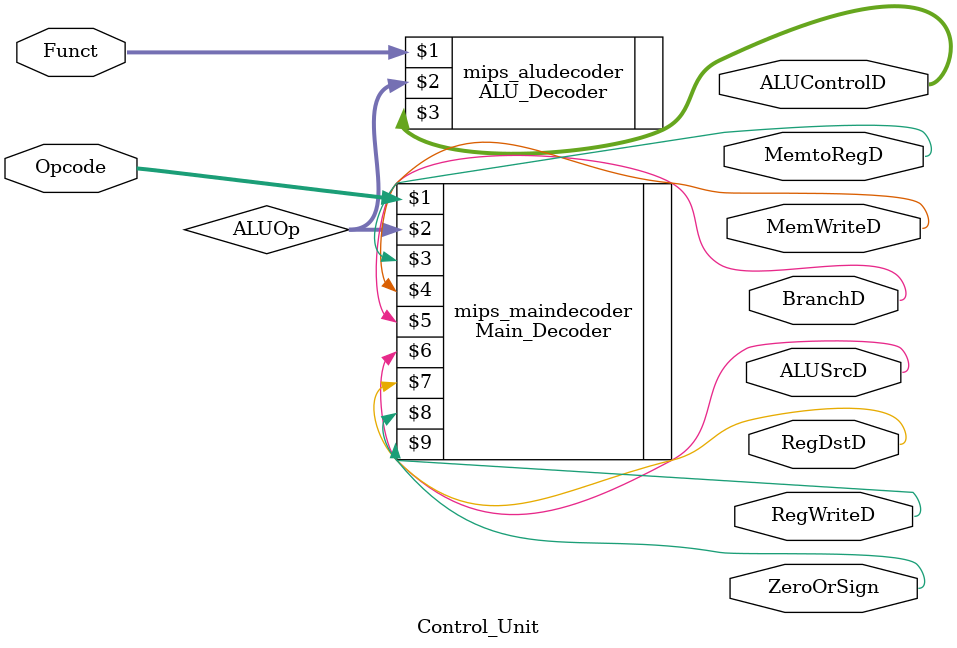
<source format=v>
module Control_Unit(
input  wire [5:0] Opcode   ,  
input  wire [5:0] Funct    ,
output wire       MemtoRegD,
output wire       MemWriteD,
output wire       BranchD  ,
output wire       ALUSrcD  ,
output wire       RegDstD  ,
output wire       RegWriteD,
output wire [3:0] ALUControlD,
output wire       ZeroOrSign);

//------------------------------------
wire [3:0] ALUOp;
Main_Decoder mips_maindecoder (Opcode,ALUOp,MemtoRegD,MemWriteD,
                      BranchD,ALUSrcD,RegDstD,RegWriteD,ZeroOrSign) ;

ALU_Decoder mips_aludecoder (Funct,ALUOp,ALUControlD);




endmodule

</source>
